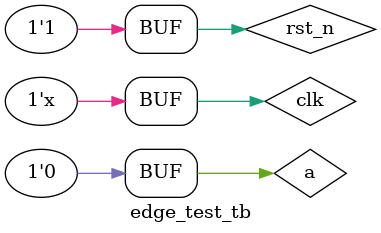
<source format=v>
`timescale 1ns / 1ns

module    edge_test_tb();
    reg                                        clk                        ;
    reg                                        rst_n                      ;
    reg                                        a                          ;
    wire                                       a_posedge                  ;
    wire                                       a_negedg                   ;
    wire                                       a_dege                     ;



    initial
        begin
            clk <= 1'b1;
            rst_n <= 1'b0;
            a <= 1'b0;
            #200                                             
                    rst_n <= 1'b1   ;                          
            #20                                            
                    a <= 1'b1   ;
            #100
                    a <= 1'b0;
        end                                                
              
    always # 10 clk = ~clk ;              
                                                           
                                                           
edge_test u_edge_test(
    .clk                                (clk                       ),
    .rst_n                              (rst_n                     ),
    .a                                  (a                         ),
    .a_posedge                          (a_posedge                 ),
    .a_negedg                           (a_negedg                  ),
    .a_dege                             (a_dege                    )
);




endmodule                                                  
</source>
